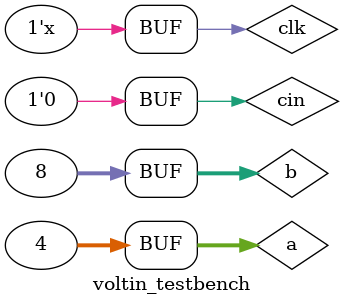
<source format=sv>
`timescale 1ns / 1ps
module voltin_testbench();
logic [31:0] a, b;
logic cin;
logic [31:0] finout;
logic cout;
logic clk; 
  // instantiate device under test
voltin instantiated_voltin(a, b, cin, finout, cout);

  initial begin
    clk = 0;
    cin = 0;
    a = 'h00000001; b = 'h00000005; cin = 'b0; #2;    
    a = 'h00000002; b = 'h00000006; cin = 'b0; #2;  
    a = 'h00000003; b = 'h00000007; cin = 'b0; #2;
    a = 'h00000004; b = 'h00000008; cin = 'b0; #2;    
  end

always begin
#1 clk = ~clk; 
end

endmodule
</source>
